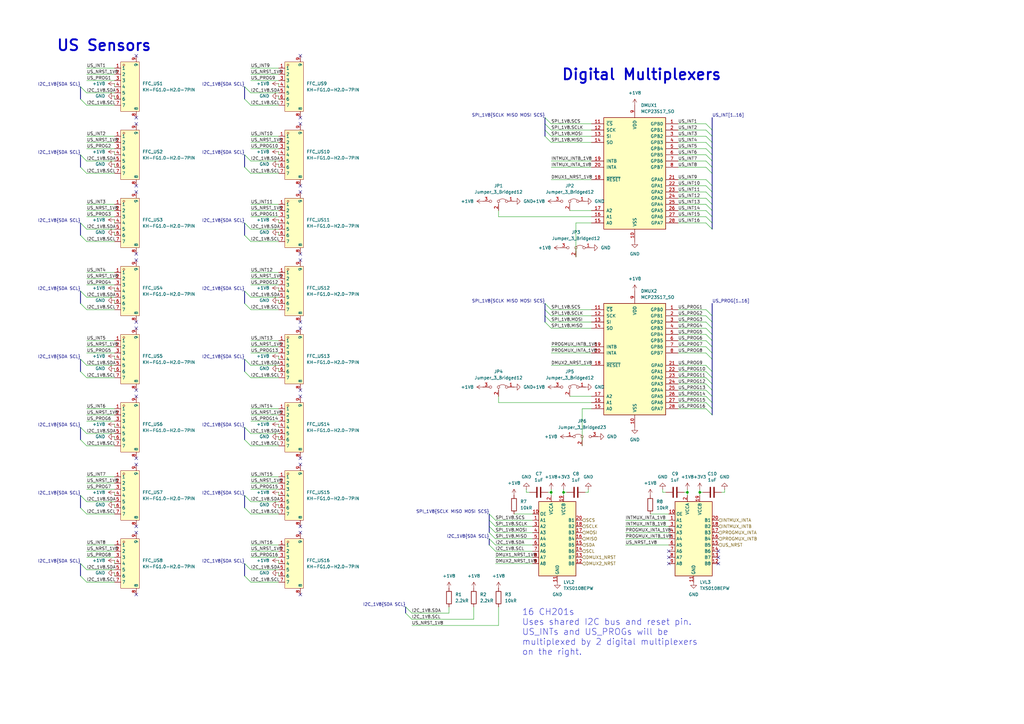
<source format=kicad_sch>
(kicad_sch (version 20231120) (generator "eeschema") (generator_version "8.0")
  (paper "A3")
  (junction (at 287.02 201.93))
  (junction (at 281.94 201.93))
  (junction (at 231.14 201.93))
  (junction (at 226.06 201.93))
  (no_connect (at 294.64 228.6))
  (no_connect (at 274.32 231.14))
  (no_connect (at 55.88 218.44))
  (no_connect (at 123.19 76.2))
  (no_connect (at 123.19 243.84))
  (no_connect (at 123.19 134.62))
  (no_connect (at 55.88 160.02))
  (no_connect (at 55.88 78.74))
  (no_connect (at 294.64 231.14))
  (no_connect (at 55.88 243.84))
  (no_connect (at 123.19 50.8))
  (no_connect (at 55.88 50.8))
  (no_connect (at 123.19 215.9))
  (no_connect (at 55.88 134.62))
  (no_connect (at 123.19 78.74))
  (no_connect (at 55.88 187.96))
  (no_connect (at 123.19 106.68))
  (no_connect (at 123.19 187.96))
  (no_connect (at 123.19 190.5))
  (no_connect (at 55.88 215.9))
  (no_connect (at 294.64 226.06))
  (no_connect (at 123.19 132.08))
  (no_connect (at 55.88 48.26))
  (no_connect (at 123.19 218.44))
  (no_connect (at 55.88 162.56))
  (no_connect (at 55.88 22.86))
  (no_connect (at 274.32 226.06))
  (no_connect (at 274.32 228.6))
  (no_connect (at 55.88 76.2))
  (no_connect (at 55.88 190.5))
  (no_connect (at 123.19 22.86))
  (no_connect (at 123.19 160.02))
  (no_connect (at 123.19 48.26))
  (no_connect (at 55.88 106.68))
  (no_connect (at 123.19 162.56))
  (no_connect (at 123.19 104.14))
  (no_connect (at 55.88 104.14))
  (no_connect (at 55.88 132.08))
  (bus_entry (at 100.33 91.44) (size 2.54 2.54))
  (bus_entry (at 289.56 53.34) (size 2.54 2.54))
  (bus_entry (at 100.33 180.34) (size 2.54 2.54))
  (bus_entry (at 100.33 96.52) (size 2.54 2.54))
  (bus_entry (at 289.56 68.58) (size 2.54 2.54))
  (bus_entry (at 289.56 160.02) (size 2.54 2.54))
  (bus_entry (at 289.56 134.62) (size 2.54 2.54))
  (bus_entry (at 289.56 63.5) (size 2.54 2.54))
  (bus_entry (at 289.56 88.9) (size 2.54 2.54))
  (bus_entry (at 100.33 119.38) (size 2.54 2.54))
  (bus_entry (at 289.56 154.94) (size 2.54 2.54))
  (bus_entry (at 100.33 236.22) (size 2.54 2.54))
  (bus_entry (at 289.56 157.48) (size 2.54 2.54))
  (bus_entry (at 289.56 58.42) (size 2.54 2.54))
  (bus_entry (at 223.52 132.08) (size 2.54 2.54))
  (bus_entry (at 200.66 218.44) (size 2.54 2.54))
  (bus_entry (at 100.33 175.26) (size 2.54 2.54))
  (bus_entry (at 100.33 124.46) (size 2.54 2.54))
  (bus_entry (at 289.56 137.16) (size 2.54 2.54))
  (bus_entry (at 33.02 68.58) (size 2.54 2.54))
  (bus_entry (at 289.56 167.64) (size 2.54 2.54))
  (bus_entry (at 200.66 220.98) (size 2.54 2.54))
  (bus_entry (at 33.02 40.64) (size 2.54 2.54))
  (bus_entry (at 33.02 231.14) (size 2.54 2.54))
  (bus_entry (at 200.66 215.9) (size 2.54 2.54))
  (bus_entry (at 289.56 132.08) (size 2.54 2.54))
  (bus_entry (at 33.02 124.46) (size 2.54 2.54))
  (bus_entry (at 289.56 165.1) (size 2.54 2.54))
  (bus_entry (at 33.02 236.22) (size 2.54 2.54))
  (bus_entry (at 289.56 76.2) (size 2.54 2.54))
  (bus_entry (at 223.52 53.34) (size 2.54 2.54))
  (bus_entry (at 223.52 124.46) (size 2.54 2.54))
  (bus_entry (at 100.33 152.4) (size 2.54 2.54))
  (bus_entry (at 33.02 96.52) (size 2.54 2.54))
  (bus_entry (at 289.56 162.56) (size 2.54 2.54))
  (bus_entry (at 200.66 213.36) (size 2.54 2.54))
  (bus_entry (at 33.02 35.56) (size 2.54 2.54))
  (bus_entry (at 289.56 91.44) (size 2.54 2.54))
  (bus_entry (at 100.33 63.5) (size 2.54 2.54))
  (bus_entry (at 166.37 251.46) (size 2.54 2.54))
  (bus_entry (at 289.56 66.04) (size 2.54 2.54))
  (bus_entry (at 33.02 63.5) (size 2.54 2.54))
  (bus_entry (at 289.56 50.8) (size 2.54 2.54))
  (bus_entry (at 223.52 127) (size 2.54 2.54))
  (bus_entry (at 223.52 48.26) (size 2.54 2.54))
  (bus_entry (at 33.02 180.34) (size 2.54 2.54))
  (bus_entry (at 289.56 78.74) (size 2.54 2.54))
  (bus_entry (at 289.56 60.96) (size 2.54 2.54))
  (bus_entry (at 100.33 40.64) (size 2.54 2.54))
  (bus_entry (at 289.56 127) (size 2.54 2.54))
  (bus_entry (at 289.56 149.86) (size 2.54 2.54))
  (bus_entry (at 289.56 144.78) (size 2.54 2.54))
  (bus_entry (at 33.02 147.32) (size 2.54 2.54))
  (bus_entry (at 289.56 86.36) (size 2.54 2.54))
  (bus_entry (at 33.02 119.38) (size 2.54 2.54))
  (bus_entry (at 166.37 248.92) (size 2.54 2.54))
  (bus_entry (at 200.66 210.82) (size 2.54 2.54))
  (bus_entry (at 100.33 231.14) (size 2.54 2.54))
  (bus_entry (at 289.56 129.54) (size 2.54 2.54))
  (bus_entry (at 100.33 68.58) (size 2.54 2.54))
  (bus_entry (at 100.33 208.28) (size 2.54 2.54))
  (bus_entry (at 289.56 142.24) (size 2.54 2.54))
  (bus_entry (at 33.02 152.4) (size 2.54 2.54))
  (bus_entry (at 289.56 152.4) (size 2.54 2.54))
  (bus_entry (at 289.56 73.66) (size 2.54 2.54))
  (bus_entry (at 33.02 203.2) (size 2.54 2.54))
  (bus_entry (at 289.56 81.28) (size 2.54 2.54))
  (bus_entry (at 33.02 208.28) (size 2.54 2.54))
  (bus_entry (at 200.66 223.52) (size 2.54 2.54))
  (bus_entry (at 33.02 91.44) (size 2.54 2.54))
  (bus_entry (at 289.56 139.7) (size 2.54 2.54))
  (bus_entry (at 100.33 203.2) (size 2.54 2.54))
  (bus_entry (at 223.52 50.8) (size 2.54 2.54))
  (bus_entry (at 223.52 55.88) (size 2.54 2.54))
  (bus_entry (at 223.52 129.54) (size 2.54 2.54))
  (bus_entry (at 100.33 35.56) (size 2.54 2.54))
  (bus_entry (at 100.33 147.32) (size 2.54 2.54))
  (bus_entry (at 289.56 83.82) (size 2.54 2.54))
  (bus_entry (at 289.56 55.88) (size 2.54 2.54))
  (bus_entry (at 33.02 175.26) (size 2.54 2.54))
  (wire (pts (xy 102.87 43.18) (xy 114.3 43.18)))
  (wire (pts (xy 278.13 68.58) (xy 289.56 68.58)))
  (wire (pts (xy 278.13 86.36) (xy 289.56 86.36)))
  (wire (pts (xy 278.13 50.8) (xy 289.56 50.8)))
  (wire (pts (xy 256.54 213.36) (xy 274.32 213.36)))
  (wire (pts (xy 114.3 201.93) (xy 114.3 203.2)))
  (wire (pts (xy 114.3 146.05) (xy 114.3 147.32)))
  (wire (pts (xy 114.3 234.95) (xy 114.3 236.22)))
  (bus (pts (xy 33.02 203.2) (xy 33.02 208.28)))
  (wire (pts (xy 226.06 201.93) (xy 226.06 203.2)))
  (wire (pts (xy 278.13 139.7) (xy 289.56 139.7)))
  (wire (pts (xy 278.13 142.24) (xy 289.56 142.24)))
  (wire (pts (xy 287.02 201.93) (xy 287.02 203.2)))
  (bus (pts (xy 292.1 139.7) (xy 292.1 142.24)))
  (wire (pts (xy 226.06 68.58) (xy 242.57 68.58)))
  (wire (pts (xy 271.78 200.66) (xy 271.78 201.93)))
  (bus (pts (xy 292.1 124.46) (xy 292.1 129.54)))
  (wire (pts (xy 35.56 60.96) (xy 46.99 60.96)))
  (bus (pts (xy 292.1 60.96) (xy 292.1 63.5)))
  (wire (pts (xy 102.87 198.12) (xy 114.3 198.12)))
  (wire (pts (xy 114.3 118.11) (xy 114.3 119.38)))
  (wire (pts (xy 46.99 39.37) (xy 46.99 40.64)))
  (wire (pts (xy 35.56 71.12) (xy 46.99 71.12)))
  (wire (pts (xy 278.13 58.42) (xy 289.56 58.42)))
  (wire (pts (xy 256.54 215.9) (xy 274.32 215.9)))
  (wire (pts (xy 102.87 177.8) (xy 114.3 177.8)))
  (wire (pts (xy 203.2 226.06) (xy 218.44 226.06)))
  (bus (pts (xy 292.1 66.04) (xy 292.1 68.58)))
  (bus (pts (xy 292.1 147.32) (xy 292.1 152.4)))
  (wire (pts (xy 35.56 195.58) (xy 46.99 195.58)))
  (wire (pts (xy 35.56 58.42) (xy 46.99 58.42)))
  (wire (pts (xy 114.3 95.25) (xy 114.3 96.52)))
  (bus (pts (xy 100.33 91.44) (xy 100.33 96.52)))
  (wire (pts (xy 102.87 114.3) (xy 114.3 114.3)))
  (bus (pts (xy 33.02 91.44) (xy 33.02 96.52)))
  (wire (pts (xy 102.87 66.04) (xy 114.3 66.04)))
  (wire (pts (xy 226.06 142.24) (xy 242.57 142.24)))
  (bus (pts (xy 292.1 167.64) (xy 292.1 170.18)))
  (bus (pts (xy 292.1 91.44) (xy 292.1 93.98)))
  (wire (pts (xy 226.06 73.66) (xy 242.57 73.66)))
  (wire (pts (xy 46.99 173.99) (xy 46.99 175.26)))
  (wire (pts (xy 281.94 200.66) (xy 281.94 201.93)))
  (wire (pts (xy 102.87 71.12) (xy 114.3 71.12)))
  (wire (pts (xy 35.56 66.04) (xy 46.99 66.04)))
  (wire (pts (xy 46.99 62.23) (xy 46.99 63.5)))
  (wire (pts (xy 102.87 33.02) (xy 114.3 33.02)))
  (bus (pts (xy 292.1 81.28) (xy 292.1 83.82)))
  (bus (pts (xy 200.66 210.82) (xy 200.66 213.36)))
  (wire (pts (xy 102.87 172.72) (xy 114.3 172.72)))
  (wire (pts (xy 210.82 210.82) (xy 218.44 210.82)))
  (wire (pts (xy 203.2 215.9) (xy 218.44 215.9)))
  (bus (pts (xy 223.52 48.26) (xy 223.52 50.8)))
  (bus (pts (xy 33.02 63.5) (xy 33.02 68.58)))
  (wire (pts (xy 102.87 238.76) (xy 114.3 238.76)))
  (wire (pts (xy 114.3 151.13) (xy 114.3 152.4)))
  (wire (pts (xy 102.87 154.94) (xy 114.3 154.94)))
  (wire (pts (xy 278.13 73.66) (xy 289.56 73.66)))
  (wire (pts (xy 35.56 200.66) (xy 46.99 200.66)))
  (wire (pts (xy 102.87 116.84) (xy 114.3 116.84)))
  (wire (pts (xy 204.47 165.1) (xy 204.47 162.56)))
  (bus (pts (xy 166.37 248.92) (xy 166.37 251.46)))
  (wire (pts (xy 238.76 167.64) (xy 242.57 167.64)))
  (wire (pts (xy 203.2 231.14) (xy 218.44 231.14)))
  (wire (pts (xy 102.87 200.66) (xy 114.3 200.66)))
  (wire (pts (xy 278.13 162.56) (xy 289.56 162.56)))
  (bus (pts (xy 292.1 142.24) (xy 292.1 144.78)))
  (wire (pts (xy 35.56 121.92) (xy 46.99 121.92)))
  (wire (pts (xy 226.06 200.66) (xy 226.06 201.93)))
  (wire (pts (xy 236.22 91.44) (xy 236.22 105.41)))
  (wire (pts (xy 46.99 67.31) (xy 46.99 68.58)))
  (wire (pts (xy 278.13 83.82) (xy 289.56 83.82)))
  (wire (pts (xy 278.13 66.04) (xy 289.56 66.04)))
  (wire (pts (xy 35.56 177.8) (xy 46.99 177.8)))
  (bus (pts (xy 292.1 55.88) (xy 292.1 58.42)))
  (wire (pts (xy 35.56 172.72) (xy 46.99 172.72)))
  (wire (pts (xy 35.56 88.9) (xy 46.99 88.9)))
  (bus (pts (xy 292.1 86.36) (xy 292.1 88.9)))
  (wire (pts (xy 168.91 251.46) (xy 184.15 251.46)))
  (wire (pts (xy 238.76 167.64) (xy 238.76 182.88)))
  (wire (pts (xy 102.87 88.9) (xy 114.3 88.9)))
  (wire (pts (xy 35.56 233.68) (xy 46.99 233.68)))
  (wire (pts (xy 35.56 114.3) (xy 46.99 114.3)))
  (bus (pts (xy 33.02 147.32) (xy 33.02 152.4)))
  (wire (pts (xy 233.68 162.56) (xy 242.57 162.56)))
  (bus (pts (xy 223.52 124.46) (xy 223.52 127)))
  (bus (pts (xy 292.1 76.2) (xy 292.1 78.74)))
  (wire (pts (xy 35.56 99.06) (xy 46.99 99.06)))
  (wire (pts (xy 35.56 139.7) (xy 46.99 139.7)))
  (wire (pts (xy 226.06 149.86) (xy 242.57 149.86)))
  (wire (pts (xy 226.06 144.78) (xy 242.57 144.78)))
  (wire (pts (xy 102.87 149.86) (xy 114.3 149.86)))
  (wire (pts (xy 271.78 201.93) (xy 273.05 201.93)))
  (bus (pts (xy 223.52 127) (xy 223.52 129.54)))
  (bus (pts (xy 292.1 152.4) (xy 292.1 154.94)))
  (wire (pts (xy 168.91 254) (xy 194.31 254)))
  (bus (pts (xy 292.1 165.1) (xy 292.1 167.64)))
  (bus (pts (xy 33.02 175.26) (xy 33.02 180.34)))
  (wire (pts (xy 35.56 38.1) (xy 46.99 38.1)))
  (wire (pts (xy 233.68 86.36) (xy 242.57 86.36)))
  (bus (pts (xy 33.02 119.38) (xy 33.02 124.46)))
  (bus (pts (xy 100.33 119.38) (xy 100.33 124.46)))
  (bus (pts (xy 292.1 154.94) (xy 292.1 157.48)))
  (bus (pts (xy 292.1 48.26) (xy 292.1 53.34)))
  (bus (pts (xy 292.1 129.54) (xy 292.1 132.08)))
  (wire (pts (xy 297.18 200.66) (xy 297.18 201.93)))
  (wire (pts (xy 102.87 228.6) (xy 114.3 228.6)))
  (wire (pts (xy 226.06 58.42) (xy 242.57 58.42)))
  (wire (pts (xy 114.3 173.99) (xy 114.3 175.26)))
  (wire (pts (xy 35.56 33.02) (xy 46.99 33.02)))
  (wire (pts (xy 278.13 78.74) (xy 289.56 78.74)))
  (wire (pts (xy 35.56 43.18) (xy 46.99 43.18)))
  (wire (pts (xy 102.87 127) (xy 114.3 127)))
  (wire (pts (xy 35.56 205.74) (xy 46.99 205.74)))
  (bus (pts (xy 33.02 35.56) (xy 33.02 40.64)))
  (wire (pts (xy 215.9 200.66) (xy 215.9 201.93)))
  (wire (pts (xy 46.99 179.07) (xy 46.99 180.34)))
  (wire (pts (xy 46.99 118.11) (xy 46.99 119.38)))
  (wire (pts (xy 35.56 27.94) (xy 46.99 27.94)))
  (wire (pts (xy 35.56 86.36) (xy 46.99 86.36)))
  (bus (pts (xy 200.66 220.98) (xy 200.66 223.52)))
  (wire (pts (xy 46.99 34.29) (xy 46.99 35.56)))
  (wire (pts (xy 114.3 39.37) (xy 114.3 40.64)))
  (wire (pts (xy 35.56 226.06) (xy 46.99 226.06)))
  (wire (pts (xy 35.56 93.98) (xy 46.99 93.98)))
  (wire (pts (xy 35.56 210.82) (xy 46.99 210.82)))
  (wire (pts (xy 203.2 223.52) (xy 218.44 223.52)))
  (wire (pts (xy 278.13 53.34) (xy 289.56 53.34)))
  (wire (pts (xy 266.7 210.82) (xy 274.32 210.82)))
  (wire (pts (xy 287.02 201.93) (xy 288.29 201.93)))
  (bus (pts (xy 292.1 63.5) (xy 292.1 66.04)))
  (wire (pts (xy 35.56 127) (xy 46.99 127)))
  (wire (pts (xy 102.87 38.1) (xy 114.3 38.1)))
  (wire (pts (xy 35.56 198.12) (xy 46.99 198.12)))
  (wire (pts (xy 278.13 137.16) (xy 289.56 137.16)))
  (wire (pts (xy 278.13 88.9) (xy 289.56 88.9)))
  (wire (pts (xy 224.79 201.93) (xy 226.06 201.93)))
  (wire (pts (xy 102.87 86.36) (xy 114.3 86.36)))
  (wire (pts (xy 203.2 218.44) (xy 218.44 218.44)))
  (wire (pts (xy 226.06 134.62) (xy 242.57 134.62)))
  (wire (pts (xy 46.99 95.25) (xy 46.99 96.52)))
  (wire (pts (xy 46.99 201.93) (xy 46.99 203.2)))
  (wire (pts (xy 256.54 223.52) (xy 274.32 223.52)))
  (wire (pts (xy 46.99 146.05) (xy 46.99 147.32)))
  (wire (pts (xy 226.06 53.34) (xy 242.57 53.34)))
  (bus (pts (xy 223.52 53.34) (xy 223.52 55.88)))
  (bus (pts (xy 292.1 134.62) (xy 292.1 137.16)))
  (wire (pts (xy 226.06 132.08) (xy 242.57 132.08)))
  (bus (pts (xy 100.33 175.26) (xy 100.33 180.34)))
  (wire (pts (xy 256.54 220.98) (xy 274.32 220.98)))
  (wire (pts (xy 35.56 55.88) (xy 46.99 55.88)))
  (wire (pts (xy 46.99 234.95) (xy 46.99 236.22)))
  (wire (pts (xy 102.87 142.24) (xy 114.3 142.24)))
  (wire (pts (xy 297.18 201.93) (xy 295.91 201.93)))
  (wire (pts (xy 231.14 201.93) (xy 232.41 201.93)))
  (bus (pts (xy 292.1 71.12) (xy 292.1 76.2)))
  (wire (pts (xy 114.3 179.07) (xy 114.3 180.34)))
  (wire (pts (xy 278.13 134.62) (xy 289.56 134.62)))
  (wire (pts (xy 102.87 205.74) (xy 114.3 205.74)))
  (wire (pts (xy 102.87 144.78) (xy 114.3 144.78)))
  (wire (pts (xy 35.56 30.48) (xy 46.99 30.48)))
  (wire (pts (xy 114.3 123.19) (xy 114.3 124.46)))
  (wire (pts (xy 278.13 127) (xy 289.56 127)))
  (bus (pts (xy 292.1 144.78) (xy 292.1 147.32)))
  (wire (pts (xy 102.87 58.42) (xy 114.3 58.42)))
  (wire (pts (xy 102.87 121.92) (xy 114.3 121.92)))
  (wire (pts (xy 46.99 229.87) (xy 46.99 231.14)))
  (wire (pts (xy 278.13 144.78) (xy 289.56 144.78)))
  (wire (pts (xy 280.67 201.93) (xy 281.94 201.93)))
  (wire (pts (xy 226.06 55.88) (xy 242.57 55.88)))
  (bus (pts (xy 292.1 53.34) (xy 292.1 55.88)))
  (wire (pts (xy 215.9 201.93) (xy 217.17 201.93)))
  (wire (pts (xy 102.87 27.94) (xy 114.3 27.94)))
  (wire (pts (xy 102.87 182.88) (xy 114.3 182.88)))
  (wire (pts (xy 184.15 248.92) (xy 184.15 251.46)))
  (wire (pts (xy 35.56 223.52) (xy 46.99 223.52)))
  (wire (pts (xy 35.56 182.88) (xy 46.99 182.88)))
  (wire (pts (xy 35.56 111.76) (xy 46.99 111.76)))
  (wire (pts (xy 278.13 81.28) (xy 289.56 81.28)))
  (bus (pts (xy 292.1 58.42) (xy 292.1 60.96)))
  (wire (pts (xy 242.57 91.44) (xy 236.22 91.44)))
  (wire (pts (xy 226.06 127) (xy 242.57 127)))
  (wire (pts (xy 204.47 256.54) (xy 204.47 248.92)))
  (wire (pts (xy 102.87 83.82) (xy 114.3 83.82)))
  (bus (pts (xy 100.33 147.32) (xy 100.33 152.4)))
  (bus (pts (xy 292.1 78.74) (xy 292.1 81.28)))
  (wire (pts (xy 278.13 154.94) (xy 289.56 154.94)))
  (bus (pts (xy 292.1 132.08) (xy 292.1 134.62)))
  (wire (pts (xy 114.3 34.29) (xy 114.3 35.56)))
  (wire (pts (xy 278.13 63.5) (xy 289.56 63.5)))
  (wire (pts (xy 46.99 151.13) (xy 46.99 152.4)))
  (wire (pts (xy 35.56 144.78) (xy 46.99 144.78)))
  (wire (pts (xy 278.13 165.1) (xy 289.56 165.1)))
  (wire (pts (xy 278.13 91.44) (xy 289.56 91.44)))
  (wire (pts (xy 35.56 83.82) (xy 46.99 83.82)))
  (bus (pts (xy 100.33 203.2) (xy 100.33 208.28)))
  (bus (pts (xy 292.1 68.58) (xy 292.1 71.12)))
  (wire (pts (xy 102.87 99.06) (xy 114.3 99.06)))
  (bus (pts (xy 100.33 35.56) (xy 100.33 40.64)))
  (wire (pts (xy 278.13 152.4) (xy 289.56 152.4)))
  (wire (pts (xy 102.87 226.06) (xy 114.3 226.06)))
  (bus (pts (xy 292.1 162.56) (xy 292.1 165.1)))
  (wire (pts (xy 114.3 229.87) (xy 114.3 231.14)))
  (bus (pts (xy 292.1 88.9) (xy 292.1 91.44)))
  (wire (pts (xy 114.3 62.23) (xy 114.3 63.5)))
  (wire (pts (xy 278.13 167.64) (xy 289.56 167.64)))
  (wire (pts (xy 102.87 170.18) (xy 114.3 170.18)))
  (wire (pts (xy 35.56 142.24) (xy 46.99 142.24)))
  (wire (pts (xy 287.02 200.66) (xy 287.02 201.93)))
  (bus (pts (xy 292.1 83.82) (xy 292.1 86.36)))
  (wire (pts (xy 203.2 213.36) (xy 218.44 213.36)))
  (wire (pts (xy 242.57 88.9) (xy 204.47 88.9)))
  (bus (pts (xy 223.52 129.54) (xy 223.52 132.08)))
  (wire (pts (xy 114.3 207.01) (xy 114.3 208.28)))
  (wire (pts (xy 278.13 55.88) (xy 289.56 55.88)))
  (wire (pts (xy 278.13 76.2) (xy 289.56 76.2)))
  (wire (pts (xy 242.57 165.1) (xy 204.47 165.1)))
  (wire (pts (xy 35.56 228.6) (xy 46.99 228.6)))
  (wire (pts (xy 203.2 220.98) (xy 218.44 220.98)))
  (wire (pts (xy 226.06 66.04) (xy 242.57 66.04)))
  (bus (pts (xy 292.1 160.02) (xy 292.1 162.56)))
  (bus (pts (xy 292.1 157.48) (xy 292.1 160.02)))
  (wire (pts (xy 114.3 67.31) (xy 114.3 68.58)))
  (wire (pts (xy 35.56 167.64) (xy 46.99 167.64)))
  (wire (pts (xy 102.87 30.48) (xy 114.3 30.48)))
  (wire (pts (xy 241.3 201.93) (xy 240.03 201.93)))
  (bus (pts (xy 100.33 231.14) (xy 100.33 236.22)))
  (wire (pts (xy 102.87 60.96) (xy 114.3 60.96)))
  (wire (pts (xy 241.3 200.66) (xy 241.3 201.93)))
  (wire (pts (xy 102.87 139.7) (xy 114.3 139.7)))
  (bus (pts (xy 200.66 215.9) (xy 200.66 218.44)))
  (wire (pts (xy 102.87 93.98) (xy 114.3 93.98)))
  (wire (pts (xy 114.3 90.17) (xy 114.3 91.44)))
  (wire (pts (xy 226.06 50.8) (xy 242.57 50.8)))
  (bus (pts (xy 223.52 50.8) (xy 223.52 53.34)))
  (wire (pts (xy 278.13 129.54) (xy 289.56 129.54)))
  (wire (pts (xy 204.47 88.9) (xy 204.47 86.36)))
  (bus (pts (xy 200.66 213.36) (xy 200.66 215.9)))
  (wire (pts (xy 102.87 233.68) (xy 114.3 233.68)))
  (wire (pts (xy 194.31 254) (xy 194.31 248.92)))
  (wire (pts (xy 278.13 132.08) (xy 289.56 132.08)))
  (wire (pts (xy 35.56 116.84) (xy 46.99 116.84)))
  (wire (pts (xy 102.87 210.82) (xy 114.3 210.82)))
  (wire (pts (xy 35.56 149.86) (xy 46.99 149.86)))
  (wire (pts (xy 35.56 170.18) (xy 46.99 170.18)))
  (wire (pts (xy 168.91 256.54) (xy 204.47 256.54)))
  (wire (pts (xy 102.87 167.64) (xy 114.3 167.64)))
  (wire (pts (xy 231.14 200.66) (xy 231.14 201.93)))
  (wire (pts (xy 231.14 201.93) (xy 231.14 203.2)))
  (bus (pts (xy 100.33 63.5) (xy 100.33 68.58)))
  (wire (pts (xy 102.87 55.88) (xy 114.3 55.88)))
  (bus (pts (xy 33.02 231.14) (xy 33.02 236.22)))
  (wire (pts (xy 226.06 129.54) (xy 242.57 129.54)))
  (wire (pts (xy 281.94 201.93) (xy 281.94 203.2)))
  (wire (pts (xy 46.99 123.19) (xy 46.99 124.46)))
  (bus (pts (xy 292.1 137.16) (xy 292.1 139.7)))
  (wire (pts (xy 46.99 207.01) (xy 46.99 208.28)))
  (wire (pts (xy 46.99 90.17) (xy 46.99 91.44)))
  (wire (pts (xy 35.56 154.94) (xy 46.99 154.94)))
  (wire (pts (xy 35.56 238.76) (xy 46.99 238.76)))
  (wire (pts (xy 102.87 111.76) (xy 114.3 111.76)))
  (wire (pts (xy 102.87 195.58) (xy 114.3 195.58)))
  (wire (pts (xy 256.54 218.44) (xy 274.32 218.44)))
  (wire (pts (xy 102.87 223.52) (xy 114.3 223.52)))
  (wire (pts (xy 278.13 157.48) (xy 289.56 157.48)))
  (wire (pts (xy 278.13 149.86) (xy 289.56 149.86)))
  (wire (pts (xy 278.13 160.02) (xy 289.56 160.02)))
  (wire (pts (xy 278.13 60.96) (xy 289.56 60.96)))
  (wire (pts (xy 203.2 228.6) (xy 218.44 228.6)))
  (text "US Sensors" (at 42.672 18.796 0) (effects (font (size 4.445 4.445) (thickness 0.762) (bold yes))))
  (text "16 CH201s\nUses shared I2C bus and reset pin.\nUS_INTs and US_PROGs will be \nmultiplexed by 2 digital multiplexers \non the right." (at 214.122 259.334 0) (effects (font (size 2.54 2.54)) (justify left)))
  (text "Digital Multiplexers" (at 263.144 30.734 0) (effects (font (size 4.445 4.445) (thickness 0.762) (bold yes))))
  (label "US_NRST_1V8" (at 256.54 223.52 0))
  (label "SPI_1V8.MISO" (at 226.06 134.62 0))
  (label "I2C_1V8{SDA SCL}" (at 33.02 119.38 180))
  (label "US_NRST_1V8" (at 35.56 142.24 0))
  (label "US_INT5" (at 278.13 60.96 0))
  (label "US_PROG2" (at 278.13 129.54 0))
  (label "US_NRST_1V8" (at 102.87 86.36 0))
  (label "US_INT6" (at 278.13 63.5 0))
  (label "US_PROG15" (at 102.87 200.66 0))
  (label "I2C_1V8.SCL" (at 35.56 238.76 0))
  (label "SPI_1V8.SCS" (at 226.06 50.8 0))
  (label "I2C_1V8.SDA" (at 102.87 149.86 0))
  (label "I2C_1V8{SDA SCL}" (at 33.02 147.32 180))
  (label "I2C_1V8.SDA" (at 102.87 205.74 0))
  (label "US_PROG3" (at 278.13 132.08 0))
  (label "US_INT8" (at 278.13 68.58 0))
  (label "US_INT7" (at 278.13 66.04 0))
  (label "US_PROG8" (at 35.56 228.6 0))
  (label "US_PROG10" (at 102.87 60.96 0))
  (label "US_PROG15" (at 278.13 165.1 0))
  (label "I2C_1V8{SDA SCL}" (at 33.02 35.56 180))
  (label "I2C_1V8.SCL" (at 35.56 210.82 0))
  (label "I2C_1V8.SCL" (at 102.87 154.94 0))
  (label "US_NRST_1V8" (at 35.56 114.3 0))
  (label "US_PROG12" (at 102.87 116.84 0))
  (label "US_PROG16" (at 102.87 228.6 0))
  (label "US_PROG4" (at 278.13 134.62 0))
  (label "I2C_1V8{SDA SCL}" (at 100.33 91.44 180))
  (label "I2C_1V8.SDA" (at 35.56 121.92 0))
  (label "US_PROG1" (at 35.56 33.02 0))
  (label "US_PROG7" (at 35.56 200.66 0))
  (label "US_INT8" (at 35.56 223.52 0))
  (label "I2C_1V8.SCL" (at 35.56 43.18 0))
  (label "US_INT16" (at 102.87 223.52 0))
  (label "I2C_1V8.SCL" (at 35.56 127 0))
  (label "PROGMUX_INTA_1V8" (at 256.54 218.44 0))
  (label "I2C_1V8.SCL" (at 102.87 43.18 0))
  (label "SPI_1V8.SCLK" (at 226.06 129.54 0))
  (label "US_NRST_1V8" (at 35.56 86.36 0))
  (label "US_INT12" (at 102.87 111.76 0))
  (label "I2C_1V8{SDA SCL}" (at 100.33 63.5 180))
  (label "DMUX1_NRST_1V8" (at 203.2 228.6 0))
  (label "US_NRST_1V8" (at 102.87 198.12 0))
  (label "SPI_1V8.MOSI" (at 203.2 218.44 0))
  (label "US_NRST_1V8" (at 102.87 142.24 0))
  (label "US_INT12" (at 278.13 81.28 0))
  (label "US_NRST_1V8" (at 35.56 226.06 0))
  (label "US_INT11" (at 102.87 83.82 0))
  (label "DMUX1_NRST_1V8" (at 226.06 73.66 0))
  (label "SPI_1V8{SCLK MISO MOSI SCS}" (at 200.66 210.82 180))
  (label "INTMUX_INTB_1V8" (at 256.54 215.9 0))
  (label "I2C_1V8.SCL" (at 35.56 71.12 0))
  (label "I2C_1V8.SDA" (at 35.56 38.1 0))
  (label "US_PROG14" (at 102.87 172.72 0))
  (label "US_INT10" (at 278.13 76.2 0))
  (label "US_PROG13" (at 278.13 160.02 0))
  (label "US_PROG8" (at 278.13 144.78 0))
  (label "SPI_1V8{SCLK MISO MOSI SCS}" (at 223.52 124.46 180))
  (label "SPI_1V8.SCLK" (at 203.2 215.9 0))
  (label "US_INT16" (at 278.13 91.44 0))
  (label "I2C_1V8{SDA SCL}" (at 33.02 63.5 180))
  (label "US_PROG7" (at 278.13 142.24 0))
  (label "US_PROG11" (at 278.13 154.94 0))
  (label "US_PROG11" (at 102.87 88.9 0))
  (label "I2C_1V8{SDA SCL}" (at 33.02 91.44 180))
  (label "PROGMUX_INTA_1V8" (at 226.06 144.78 0))
  (label "I2C_1V8.SDA" (at 35.56 66.04 0))
  (label "I2C_1V8{SDA SCL}" (at 100.33 231.14 180))
  (label "SPI_1V8.MOSI" (at 226.06 132.08 0))
  (label "I2C_1V8{SDA SCL}" (at 166.37 248.92 180))
  (label "INTMUX_INTA_1V8" (at 226.06 68.58 0))
  (label "US_NRST_1V8" (at 35.56 198.12 0))
  (label "I2C_1V8.SCL" (at 102.87 182.88 0))
  (label "SPI_1V8{SCLK MISO MOSI SCS}" (at 223.52 48.26 180))
  (label "PROGMUX_INTB_1V8" (at 256.54 220.98 0))
  (label "I2C_1V8.SCL" (at 102.87 71.12 0))
  (label "I2C_1V8{SDA SCL}" (at 33.02 203.2 180))
  (label "SPI_1V8.MISO" (at 226.06 58.42 0))
  (label "I2C_1V8{SDA SCL}" (at 33.02 175.26 180))
  (label "US_INT3" (at 35.56 83.82 0))
  (label "I2C_1V8.SDA" (at 102.87 177.8 0))
  (label "I2C_1V8.SDA" (at 35.56 93.98 0))
  (label "US_INT13" (at 102.87 139.7 0))
  (label "I2C_1V8{SDA SCL}" (at 33.02 231.14 180))
  (label "I2C_1V8.SCL" (at 35.56 99.06 0))
  (label "I2C_1V8.SCL" (at 102.87 99.06 0))
  (label "US_PROG6" (at 278.13 139.7 0))
  (label "US_PROG14" (at 278.13 162.56 0))
  (label "SPI_1V8.SCLK" (at 226.06 53.34 0))
  (label "US_PROG5" (at 35.56 144.78 0))
  (label "SPI_1V8.MISO" (at 203.2 220.98 0))
  (label "US_NRST_1V8" (at 35.56 30.48 0))
  (label "I2C_1V8.SDA" (at 102.87 233.68 0))
  (label "I2C_1V8.SDA" (at 102.87 66.04 0))
  (label "I2C_1V8.SDA" (at 35.56 205.74 0))
  (label "I2C_1V8.SCL" (at 168.91 254 0))
  (label "US_NRST_1V8" (at 35.56 170.18 0))
  (label "SPI_1V8.MOSI" (at 226.06 55.88 0))
  (label "US_PROG6" (at 35.56 172.72 0))
  (label "I2C_1V8.SDA" (at 35.56 177.8 0))
  (label "DMUX2_NRST_1V8" (at 203.2 231.14 0))
  (label "I2C_1V8{SDA SCL}" (at 100.33 147.32 180))
  (label "I2C_1V8.SCL" (at 102.87 127 0))
  (label "I2C_1V8{SDA SCL}" (at 100.33 175.26 180))
  (label "US_PROG13" (at 102.87 144.78 0))
  (label "US_PROG9" (at 278.13 149.86 0))
  (label "INTMUX_INTA_1V8" (at 256.54 213.36 0))
  (label "US_INT14" (at 278.13 86.36 0))
  (label "US_NRST_1V8" (at 35.56 58.42 0))
  (label "US_PROG12" (at 278.13 157.48 0))
  (label "DMUX2_NRST_1V8" (at 226.06 149.86 0))
  (label "I2C_1V8.SDA" (at 35.56 233.68 0))
  (label "US_NRST_1V8" (at 168.91 256.54 0))
  (label "US_INT5" (at 35.56 139.7 0))
  (label "I2C_1V8.SDA" (at 102.87 93.98 0))
  (label "US_INT4" (at 278.13 58.42 0))
  (label "US_INT13" (at 278.13 83.82 0))
  (label "I2C_1V8{SDA SCL}" (at 200.66 220.98 180))
  (label "I2C_1V8.SCL" (at 35.56 154.94 0))
  (label "US_NRST_1V8" (at 102.87 226.06 0))
  (label "US_INT9" (at 102.87 27.94 0))
  (label "I2C_1V8.SCL" (at 102.87 238.76 0))
  (label "I2C_1V8.SDA" (at 203.2 223.52 0))
  (label "I2C_1V8{SDA SCL}" (at 100.33 35.56 180))
  (label "US_PROG10" (at 278.13 152.4 0))
  (label "US_INT9" (at 278.13 73.66 0))
  (label "US_PROG2" (at 35.56 60.96 0))
  (label "US_INT14" (at 102.87 167.64 0))
  (label "US_NRST_1V8" (at 102.87 30.48 0))
  (label "US_PROG5" (at 278.13 137.16 0))
  (label "I2C_1V8.SDA" (at 102.87 121.92 0))
  (label "I2C_1V8{SDA SCL}" (at 100.33 203.2 180))
  (label "PROGMUX_INTB_1V8" (at 226.06 142.24 0))
  (label "US_INT4" (at 35.56 111.76 0))
  (label "US_INT[1..16]" (at 292.1 48.26 0))
  (label "I2C_1V8{SDA SCL}" (at 100.33 119.38 180))
  (label "I2C_1V8.SDA" (at 102.87 38.1 0))
  (label "US_INT3" (at 278.13 55.88 0))
  (label "US_NRST_1V8" (at 102.87 58.42 0))
  (label "US_INT2" (at 278.13 53.34 0))
  (label "US_PROG4" (at 35.56 116.84 0))
  (label "INTMUX_INTB_1V8" (at 226.06 66.04 0))
  (label "US_INT15" (at 278.13 88.9 0))
  (label "SPI_1V8.SCS" (at 226.06 127 0))
  (label "US_INT1" (at 35.56 27.94 0))
  (label "US_INT7" (at 35.56 195.58 0))
  (label "I2C_1V8.SCL" (at 203.2 226.06 0))
  (label "US_PROG[1..16]" (at 292.1 124.46 0))
  (label "US_NRST_1V8" (at 102.87 170.18 0))
  (label "I2C_1V8.SCL" (at 102.87 210.82 0))
  (label "US_INT15" (at 102.87 195.58 0))
  (label "I2C_1V8.SCL" (at 35.56 182.88 0))
  (label "I2C_1V8.SDA" (at 168.91 251.46 0))
  (label "US_NRST_1V8" (at 102.87 114.3 0))
  (label "US_INT2" (at 35.56 55.88 0))
  (label "US_PROG1" (at 278.13 127 0))
  (label "I2C_1V8.SDA" (at 35.56 149.86 0))
  (label "US_INT6" (at 35.56 167.64 0))
  (label "US_PROG3" (at 35.56 88.9 0))
  (label "SPI_1V8.SCS" (at 203.2 213.36 0))
  (label "US_INT11" (at 278.13 78.74 0))
  (label "US_PROG16" (at 278.13 167.64 0))
  (label "US_INT1" (at 278.13 50.8 0))
  (label "US_PROG9" (at 102.87 33.02 0))
  (label "US_INT10" (at 102.87 55.88 0))
  (hierarchical_label "SCLK" (shape input) (at 238.76 215.9 0))
  (hierarchical_label "SCS" (shape input) (at 238.76 213.36 0))
  (hierarchical_label "INTMUX_INTA" (shape input) (at 294.64 213.36 0))
  (hierarchical_label "US_NRST" (shape input) (at 294.64 223.52 0))
  (hierarchical_label "MOSI" (shape input) (at 238.76 218.44 0))
  (hierarchical_label "INTMUX_INTB" (shape input) (at 294.64 215.9 0))
  (hierarchical_label "PROGMUX_INTB" (shape input) (at 294.64 220.98 0))
  (hierarchical_label "MISO" (shape input) (at 238.76 220.98 0))
  (hierarchical_label "SCL" (shape input) (at 238.76 226.06 0))
  (hierarchical_label "PROGMUX_INTA" (shape input) (at 294.64 218.44 0))
  (hierarchical_label "SDA" (shape input) (at 238.76 223.52 0))
  (hierarchical_label "DMUX2_NRST" (shape input) (at 238.76 231.14 0))
  (hierarchical_label "DMUX1_NRST" (shape input) (at 238.76 228.6 0))
  (symbol (lib_id "power:GND") (at 240.03 158.75 90) (unit 1)
    (property "Reference" "#PWR058" (effects (hide yes)))
    (property "Value" "GND" (at 243.84 158.7499 90) (effects (justify right)))
    (property "Description" "Power symbol creates a global label with name \"GND\" , ground" (effects (hide yes)))
  )
  (symbol (lib_id "power:+1V8") (at 114.3 90.17 90) (unit 1)
    (property "Reference" "#PWR033" (effects (hide yes)))
    (property "Value" "+1V8" (at 110.49 90.1699 90) (effects (justify left)))
    (property "Description" "Power symbol creates a global label with name \"+1V8\"" (effects (hide yes)))
  )
  (symbol (lib_id "power:+1V8") (at 114.3 173.99 90) (unit 1)
    (property "Reference" "#PWR039" (effects (hide yes)))
    (property "Value" "+1V8" (at 110.49 173.9899 90) (effects (justify left)))
    (property "Description" "Power symbol creates a global label with name \"+1V8\"" (effects (hide yes)))
  )
  (symbol (lib_id "power:+1V8") (at 226.06 200.66 0) (unit 1)
    (property "Reference" "#PWR0113" (effects (hide yes)))
    (property "Value" "+1V8" (at 226.06 195.58 0))
    (property "Description" "Power symbol creates a global label with name \"+1V8\"" (effects (hide yes)))
  )
  (symbol (lib_id "EasyEDA:KH-FG1.0-H2.0-7PIN") (at 52.07 119.38 0) (unit 1)
    (property "Reference" "FFC_US4" (at 58.42 118.1099 0) (effects (justify left)))
    (property "Value" "KH-FG1.0-H2.0-7PIN" (at 58.42 120.6499 0) (effects (justify left)))
    (property "Footprint" "EasyEDA:FPC-SMD_7P-P1.0_KINGHELM_KH-FG1.0-H2.0-7PIN" (effects (hide yes)))
    (property "LCSC Part" "C2925379" (effects (hide yes)))
  )
  (symbol (lib_id "power:+3V3") (at 287.02 200.66 0) (unit 1)
    (property "Reference" "#PWR0112" (effects (hide yes)))
    (property "Value" "+3V3" (at 287.02 195.58 0))
    (property "Description" "Power symbol creates a global label with name \"+3V3\"" (effects (hide yes)))
  )
  (symbol (lib_id "Device:R") (at 266.7 207.01 0) (unit 1)
    (property "Reference" "R8" (at 269.24 205.7399 0) (effects (justify left)))
    (property "Value" "10kR" (at 269.24 208.2799 0) (effects (justify left)))
    (property "Footprint" "PCM_Resistor_SMD_AKL:R_1206_3216Metric_Pad1.30x1.75mm_HandSolder" (effects (hide yes)))
    (property "Description" "Resistor" (effects (hide yes)))
  )
  (symbol (lib_id "Device:R") (at 210.82 207.01 0) (unit 1)
    (property "Reference" "R7" (at 213.36 205.7399 0) (effects (justify left)))
    (property "Value" "10kR" (at 213.36 208.2799 0) (effects (justify left)))
    (property "Footprint" "PCM_Resistor_SMD_AKL:R_1206_3216Metric_Pad1.30x1.75mm_HandSolder" (effects (hide yes)))
    (property "Description" "Resistor" (effects (hide yes)))
  )
  (symbol (lib_id "Jumper:Jumper_3_Bridged12") (at 238.76 179.07 0) (unit 1) (exclude_from_sim yes) (in_bom no)
    (property "Reference" "JP6" (at 238.76 172.72 0))
    (property "Value" "Jumper_3_Bridged23" (at 238.76 175.26 0))
    (property "Footprint" "Connector_PinHeader_1.27mm:PinHeader_1x03_P1.27mm_Vertical" (effects (hide yes)))
    (property "Description" "Jumper, 3-pole, pins 1+2 closed/bridged" (effects (hide yes)))
  )
  (symbol (lib_id "power:GND") (at 297.18 200.66 180) (unit 1)
    (property "Reference" "#PWR0116" (effects (hide yes)))
    (property "Value" "GND" (at 297.18 195.58 0))
    (property "Description" "Power symbol creates a global label with name \"GND\" , ground" (effects (hide yes)))
  )
  (symbol (lib_id "power:+1V8") (at 198.12 82.55 90) (unit 1)
    (property "Reference" "#PWR049" (effects (hide yes)))
    (property "Value" "+1V8" (at 194.31 82.5499 90) (effects (justify left)))
    (property "Description" "Power symbol creates a global label with name \"+1V8\"" (effects (hide yes)))
  )
  (symbol (lib_id "power:+1V8") (at 227.33 158.75 90) (unit 1)
    (property "Reference" "#PWR055" (effects (hide yes)))
    (property "Value" "+1V8" (at 223.52 158.7499 90) (effects (justify left)))
    (property "Description" "Power symbol creates a global label with name \"+1V8\"" (effects (hide yes)))
  )
  (symbol (lib_id "power:GND") (at 46.99 67.31 270) (unit 1)
    (property "Reference" "#PWR016" (effects (hide yes)))
    (property "Value" "GND" (at 43.18 67.3099 90) (effects (justify right)))
    (property "Description" "Power symbol creates a global label with name \"GND\" , ground" (effects (hide yes)))
  )
  (symbol (lib_id "power:+1V8") (at 204.47 241.3 0) (unit 1)
    (property "Reference" "#PWR0136" (effects (hide yes)))
    (property "Value" "+1V8" (at 204.47 236.22 0))
    (property "Description" "Power symbol creates a global label with name \"+1V8\"" (effects (hide yes)))
  )
  (symbol (lib_id "EasyEDA:KH-FG1.0-H2.0-7PIN") (at 52.07 35.56 0) (unit 1)
    (property "Reference" "FFC_US1" (at 58.42 34.2899 0) (effects (justify left)))
    (property "Value" "KH-FG1.0-H2.0-7PIN" (at 58.42 36.8299 0) (effects (justify left)))
    (property "Footprint" "EasyEDA:FPC-SMD_7P-P1.0_KINGHELM_KH-FG1.0-H2.0-7PIN" (effects (hide yes)))
    (property "LCSC Part" "C2925379" (effects (hide yes)))
  )
  (symbol (lib_id "EasyEDA:KH-FG1.0-H2.0-7PIN") (at 119.38 91.44 0) (unit 1)
    (property "Reference" "FFC_US11" (at 125.73 90.1699 0) (effects (justify left)))
    (property "Value" "KH-FG1.0-H2.0-7PIN" (at 125.73 92.7099 0) (effects (justify left)))
    (property "Footprint" "EasyEDA:FPC-SMD_7P-P1.0_KINGHELM_KH-FG1.0-H2.0-7PIN" (effects (hide yes)))
    (property "LCSC Part" "C2925379" (effects (hide yes)))
  )
  (symbol (lib_id "power:GND") (at 114.3 151.13 270) (unit 1)
    (property "Reference" "#PWR038" (effects (hide yes)))
    (property "Value" "GND" (at 110.49 151.1299 90) (effects (justify right)))
    (property "Description" "Power symbol creates a global label with name \"GND\" , ground" (effects (hide yes)))
  )
  (symbol (lib_id "power:+1V8") (at 194.31 241.3 0) (unit 1)
    (property "Reference" "#PWR0135" (effects (hide yes)))
    (property "Value" "+1V8" (at 194.31 236.22 0))
    (property "Description" "Power symbol creates a global label with name \"+1V8\"" (effects (hide yes)))
  )
  (symbol (lib_id "power:GND") (at 284.48 238.76 0) (unit 1)
    (property "Reference" "#PWR0127" (effects (hide yes)))
    (property "Value" "GND" (at 284.48 243.84 0))
    (property "Description" "Power symbol creates a global label with name \"GND\" , ground" (effects (hide yes)))
  )
  (symbol (lib_id "EasyEDA:KH-FG1.0-H2.0-7PIN") (at 52.07 203.2 0) (unit 1)
    (property "Reference" "FFC_US7" (at 58.42 201.9299 0) (effects (justify left)))
    (property "Value" "KH-FG1.0-H2.0-7PIN" (at 58.42 204.4699 0) (effects (justify left)))
    (property "Footprint" "EasyEDA:FPC-SMD_7P-P1.0_KINGHELM_KH-FG1.0-H2.0-7PIN" (effects (hide yes)))
    (property "LCSC Part" "C2925379" (effects (hide yes)))
  )
  (symbol (lib_id "power:+1V8") (at 281.94 200.66 0) (unit 1)
    (property "Reference" "#PWR0111" (effects (hide yes)))
    (property "Value" "+1V8" (at 281.94 195.58 0))
    (property "Description" "Power symbol creates a global label with name \"+1V8\"" (effects (hide yes)))
  )
  (symbol (lib_id "power:GND") (at 46.99 39.37 270) (unit 1)
    (property "Reference" "#PWR013" (effects (hide yes)))
    (property "Value" "GND" (at 43.18 39.3699 90) (effects (justify right)))
    (property "Description" "Power symbol creates a global label with name \"GND\" , ground" (effects (hide yes)))
  )
  (symbol (lib_id "power:+1V8") (at 210.82 203.2 0) (unit 1)
    (property "Reference" "#PWR0117" (effects (hide yes)))
    (property "Value" "+1V8" (at 210.82 198.12 0))
    (property "Description" "Power symbol creates a global label with name \"+1V8\"" (effects (hide yes)))
  )
  (symbol (lib_id "Device:C") (at 220.98 201.93 90) (unit 1)
    (property "Reference" "C7" (at 220.98 194.31 90))
    (property "Value" "1uF" (at 220.98 196.85 90))
    (property "Footprint" "PCM_Capacitor_SMD_AKL:C_1206_3216Metric_Pad1.33x1.80mm_HandSolder" (effects (hide yes)))
    (property "Description" "Unpolarized capacitor" (effects (hide yes)))
  )
  (symbol (lib_id "Interface_Expansion:MCP23S17_SO") (at 260.35 147.32 0) (unit 1)
    (property "Reference" "DMUX2" (at 262.852 119.38 0) (effects (justify left)))
    (property "Value" "MCP23S17_SO" (at 262.852 121.92 0) (effects (justify left)))
    (property "Footprint" "Package_SO:SOIC-28W_7.5x17.9mm_P1.27mm" (effects (hide yes)))
    (property "Datasheet" "http://ww1.microchip.com/downloads/en/DeviceDoc/20001952C.pdf" (effects (hide yes)))
    (property "Description" "16-bit I/O expander, SPI, interrupts, w pull-ups, SOIC-28" (effects (hide yes)))
  )
  (symbol (lib_id "power:GND") (at 260.35 99.06 0) (unit 1)
    (property "Reference" "#PWR046" (effects (hide yes)))
    (property "Value" "GND" (at 260.35 104.14 0))
    (property "Description" "Power symbol creates a global label with name \"GND\" , ground" (effects (hide yes)))
  )
  (symbol (lib_id "power:+1V8") (at 198.12 158.75 90) (unit 1)
    (property "Reference" "#PWR053" (effects (hide yes)))
    (property "Value" "+1V8" (at 194.31 158.7499 90) (effects (justify left)))
    (property "Description" "Power symbol creates a global label with name \"+1V8\"" (effects (hide yes)))
  )
  (symbol (lib_id "power:GND") (at 240.03 82.55 90) (unit 1)
    (property "Reference" "#PWR052" (effects (hide yes)))
    (property "Value" "GND" (at 243.84 82.5499 90) (effects (justify right)))
    (property "Description" "Power symbol creates a global label with name \"GND\" , ground" (effects (hide yes)))
  )
  (symbol (lib_id "EasyEDA:KH-FG1.0-H2.0-7PIN") (at 119.38 231.14 0) (unit 1)
    (property "Reference" "FFC_US16" (at 125.73 229.8699 0) (effects (justify left)))
    (property "Value" "KH-FG1.0-H2.0-7PIN" (at 125.73 232.4099 0) (effects (justify left)))
    (property "Footprint" "EasyEDA:FPC-SMD_7P-P1.0_KINGHELM_KH-FG1.0-H2.0-7PIN" (effects (hide yes)))
    (property "LCSC Part" "C2925379" (effects (hide yes)))
  )
  (symbol (lib_id "power:GND") (at 114.3 67.31 270) (unit 1)
    (property "Reference" "#PWR032" (effects (hide yes)))
    (property "Value" "GND" (at 110.49 67.3099 90) (effects (justify right)))
    (property "Description" "Power symbol creates a global label with name \"GND\" , ground" (effects (hide yes)))
  )
  (symbol (lib_id "Device:C") (at 236.22 201.93 90) (unit 1)
    (property "Reference" "C8" (at 236.22 194.31 90))
    (property "Value" "1uF" (at 236.22 196.85 90))
    (property "Footprint" "PCM_Capacitor_SMD_AKL:C_1206_3216Metric_Pad1.33x1.80mm_HandSolder" (effects (hide yes)))
    (property "Description" "Unpolarized capacitor" (effects (hide yes)))
  )
  (symbol (lib_id "EasyEDA:KH-FG1.0-H2.0-7PIN") (at 119.38 119.38 0) (unit 1)
    (property "Reference" "FFC_US12" (at 125.73 118.1099 0) (effects (justify left)))
    (property "Value" "KH-FG1.0-H2.0-7PIN" (at 125.73 120.6499 0) (effects (justify left)))
    (property "Footprint" "EasyEDA:FPC-SMD_7P-P1.0_KINGHELM_KH-FG1.0-H2.0-7PIN" (effects (hide yes)))
    (property "LCSC Part" "C2925379" (effects (hide yes)))
  )
  (symbol (lib_id "EasyEDA:KH-FG1.0-H2.0-7PIN") (at 119.38 175.26 0) (unit 1)
    (property "Reference" "FFC_US14" (at 125.73 173.9899 0) (effects (justify left)))
    (property "Value" "KH-FG1.0-H2.0-7PIN" (at 125.73 176.5299 0) (effects (justify left)))
    (property "Footprint" "EasyEDA:FPC-SMD_7P-P1.0_KINGHELM_KH-FG1.0-H2.0-7PIN" (effects (hide yes)))
    (property "LCSC Part" "C2925379" (effects (hide yes)))
  )
  (symbol (lib_id "power:+1V8") (at 227.33 82.55 90) (unit 1)
    (property "Reference" "#PWR051" (effects (hide yes)))
    (property "Value" "+1V8" (at 223.52 82.5499 90) (effects (justify left)))
    (property "Description" "Power symbol creates a global label with name \"+1V8\"" (effects (hide yes)))
  )
  (symbol (lib_id "EasyEDA:KH-FG1.0-H2.0-7PIN") (at 119.38 147.32 0) (unit 1)
    (property "Reference" "FFC_US13" (at 125.73 146.0499 0) (effects (justify left)))
    (property "Value" "KH-FG1.0-H2.0-7PIN" (at 125.73 148.5899 0) (effects (justify left)))
    (property "Footprint" "EasyEDA:FPC-SMD_7P-P1.0_KINGHELM_KH-FG1.0-H2.0-7PIN" (effects (hide yes)))
    (property "LCSC Part" "C2925379" (effects (hide yes)))
  )
  (symbol (lib_id "EasyEDA:KH-FG1.0-H2.0-7PIN") (at 52.07 175.26 0) (unit 1)
    (property "Reference" "FFC_US6" (at 58.42 173.9899 0) (effects (justify left)))
    (property "Value" "KH-FG1.0-H2.0-7PIN" (at 58.42 176.5299 0) (effects (justify left)))
    (property "Footprint" "EasyEDA:FPC-SMD_7P-P1.0_KINGHELM_KH-FG1.0-H2.0-7PIN" (effects (hide yes)))
    (property "LCSC Part" "C2925379" (effects (hide yes)))
  )
  (symbol (lib_id "power:GND") (at 228.6 238.76 0) (unit 1)
    (property "Reference" "#PWR0115" (effects (hide yes)))
    (property "Value" "GND" (at 228.6 243.84 0))
    (property "Description" "Power symbol creates a global label with name \"GND\" , ground" (effects (hide yes)))
  )
  (symbol (lib_id "power:GND") (at 215.9 200.66 180) (unit 1)
    (property "Reference" "#PWR0108" (effects (hide yes)))
    (property "Value" "GND" (at 215.9 195.58 0))
    (property "Description" "Power symbol creates a global label with name \"GND\" , ground" (effects (hide yes)))
  )
  (symbol (lib_id "power:GND") (at 114.3 95.25 270) (unit 1)
    (property "Reference" "#PWR034" (effects (hide yes)))
    (property "Value" "GND" (at 110.49 95.2499 90) (effects (justify right)))
    (property "Description" "Power symbol creates a global label with name \"GND\" , ground" (effects (hide yes)))
  )
  (symbol (lib_id "power:GND") (at 46.99 95.25 270) (unit 1)
    (property "Reference" "#PWR018" (effects (hide yes)))
    (property "Value" "GND" (at 43.18 95.2499 90) (effects (justify right)))
    (property "Description" "Power symbol creates a global label with name \"GND\" , ground" (effects (hide yes)))
  )
  (symbol (lib_id "EasyEDA:KH-FG1.0-H2.0-7PIN") (at 119.38 35.56 0) (unit 1)
    (property "Reference" "FFC_US9" (at 125.73 34.2899 0) (effects (justify left)))
    (property "Value" "KH-FG1.0-H2.0-7PIN" (at 125.73 36.8299 0) (effects (justify left)))
    (property "Footprint" "EasyEDA:FPC-SMD_7P-P1.0_KINGHELM_KH-FG1.0-H2.0-7PIN" (effects (hide yes)))
    (property "LCSC Part" "C2925379" (effects (hide yes)))
  )
  (symbol (lib_id "power:GND") (at 46.99 234.95 270) (unit 1)
    (property "Reference" "#PWR028" (effects (hide yes)))
    (property "Value" "GND" (at 43.18 234.9499 90) (effects (justify right)))
    (property "Description" "Power symbol creates a global label with name \"GND\" , ground" (effects (hide yes)))
  )
  (symbol (lib_id "power:GND") (at 114.3 179.07 270) (unit 1)
    (property "Reference" "#PWR040" (effects (hide yes)))
    (property "Value" "GND" (at 110.49 179.0699 90) (effects (justify right)))
    (property "Description" "Power symbol creates a global label with name \"GND\" , ground" (effects (hide yes)))
  )
  (symbol (lib_id "Jumper:Jumper_3_Bridged12") (at 204.47 158.75 0) (mirror y) (unit 1) (exclude_from_sim yes) (in_bom no)
    (property "Reference" "JP4" (at 204.47 152.4 0))
    (property "Value" "Jumper_3_Bridged12" (at 204.47 154.94 0))
    (property "Footprint" "Connector_PinHeader_1.27mm:PinHeader_1x03_P1.27mm_Vertical" (effects (hide yes)))
    (property "Description" "Jumper, 3-pole, pins 1+2 closed/bridged" (effects (hide yes)))
  )
  (symbol (lib_id "Logic_LevelTranslator:TXS0108EPW") (at 228.6 220.98 0) (unit 1)
    (property "Reference" "LVL2" (at 231.102 238.76 0) (effects (justify left)))
    (property "Value" "TXS0108EPW" (at 231.102 241.3 0) (effects (justify left)))
    (property "Footprint" "Package_SO:TSSOP-20_4.4x6.5mm_P0.65mm" (effects (hide yes)))
    (property "Datasheet" "www.ti.com/lit/ds/symlink/txs0108e.pdf" (effects (hide yes)))
    (property "Description" "Bidirectional  level-shifting voltage translator, TSSOP-20" (effects (hide yes)))
  )
  (symbol (lib_id "power:GND") (at 114.3 234.95 270) (unit 1)
    (property "Reference" "#PWR044" (effects (hide yes)))
    (property "Value" "GND" (at 110.49 234.9499 90) (effects (justify right)))
    (property "Description" "Power symbol creates a global label with name \"GND\" , ground" (effects (hide yes)))
  )
  (symbol (lib_id "power:GND") (at 114.3 207.01 270) (unit 1)
    (property "Reference" "#PWR042" (effects (hide yes)))
    (property "Value" "GND" (at 110.49 207.0099 90) (effects (justify right)))
    (property "Description" "Power symbol creates a global label with name \"GND\" , ground" (effects (hide yes)))
  )
  (symbol (lib_id "power:+1V8") (at 260.35 43.18 0) (unit 1)
    (property "Reference" "#PWR011" (effects (hide yes)))
    (property "Value" "+1V8" (at 260.35 38.1 0))
    (property "Description" "Power symbol creates a global label with name \"+1V8\"" (effects (hide yes)))
  )
  (symbol (lib_id "power:+1V8") (at 46.99 146.05 90) (unit 1)
    (property "Reference" "#PWR021" (effects (hide yes)))
    (property "Value" "+1V8" (at 43.18 146.0499 90) (effects (justify left)))
    (property "Description" "Power symbol creates a global label with name \"+1V8\"" (effects (hide yes)))
  )
  (symbol (lib_id "power:+3V3") (at 231.14 200.66 0) (unit 1)
    (property "Reference" "#PWR0114" (effects (hide yes)))
    (property "Value" "+3V3" (at 231.14 195.58 0))
    (property "Description" "Power symbol creates a global label with name \"+3V3\"" (effects (hide yes)))
  )
  (symbol (lib_id "Jumper:Jumper_3_Bridged12") (at 236.22 101.6 0) (mirror y) (unit 1) (exclude_from_sim yes) (in_bom no)
    (property "Reference" "JP3" (at 236.22 95.25 0))
    (property "Value" "Jumper_3_Bridged12" (at 236.22 97.79 0))
    (property "Footprint" "Connector_PinHeader_1.27mm:PinHeader_1x03_P1.27mm_Vertical" (effects (hide yes)))
    (property "Description" "Jumper, 3-pole, pins 1+2 closed/bridged" (effects (hide yes)))
  )
  (symbol (lib_id "power:+1V8") (at 46.99 201.93 90) (unit 1)
    (property "Reference" "#PWR025" (effects (hide yes)))
    (property "Value" "+1V8" (at 43.18 201.9299 90) (effects (justify left)))
    (property "Description" "Power symbol creates a global label with name \"+1V8\"" (effects (hide yes)))
  )
  (symbol (lib_id "Device:C") (at 276.86 201.93 90) (unit 1)
    (property "Reference" "C9" (at 276.86 194.31 90))
    (property "Value" "1uF" (at 276.86 196.85 90))
    (property "Footprint" "PCM_Capacitor_SMD_AKL:C_1206_3216Metric_Pad1.33x1.80mm_HandSolder" (effects (hide yes)))
    (property "Description" "Unpolarized capacitor" (effects (hide yes)))
  )
  (symbol (lib_id "power:GND") (at 260.35 175.26 0) (unit 1)
    (property "Reference" "#PWR012" (effects (hide yes)))
    (property "Value" "GND" (at 260.35 180.34 0))
    (property "Description" "Power symbol creates a global label with name \"GND\" , ground" (effects (hide yes)))
  )
  (symbol (lib_id "EasyEDA:KH-FG1.0-H2.0-7PIN") (at 52.07 147.32 0) (unit 1)
    (property "Reference" "FFC_US5" (at 58.42 146.0499 0) (effects (justify left)))
    (property "Value" "KH-FG1.0-H2.0-7PIN" (at 58.42 148.5899 0) (effects (justify left)))
    (property "Footprint" "EasyEDA:FPC-SMD_7P-P1.0_KINGHELM_KH-FG1.0-H2.0-7PIN" (effects (hide yes)))
    (property "LCSC Part" "C2925379" (effects (hide yes)))
  )
  (symbol (lib_id "power:+1V8") (at 229.87 101.6 90) (unit 1)
    (property "Reference" "#PWR047" (effects (hide yes)))
    (property "Value" "+1V8" (at 226.06 101.5999 90) (effects (justify left)))
    (property "Description" "Power symbol creates a global label with name \"+1V8\"" (effects (hide yes)))
  )
  (symbol (lib_id "power:+1V8") (at 114.3 62.23 90) (unit 1)
    (property "Reference" "#PWR031" (effects (hide yes)))
    (property "Value" "+1V8" (at 110.49 62.2299 90) (effects (justify left)))
    (property "Description" "Power symbol creates a global label with name \"+1V8\"" (effects (hide yes)))
  )
  (symbol (lib_id "power:+1V8") (at 46.99 118.11 90) (unit 1)
    (property "Reference" "#PWR019" (effects (hide yes)))
    (property "Value" "+1V8" (at 43.18 118.1099 90) (effects (justify left)))
    (property "Description" "Power symbol creates a global label with name \"+1V8\"" (effects (hide yes)))
  )
  (symbol (lib_id "power:+1V8") (at 46.99 90.17 90) (unit 1)
    (property "Reference" "#PWR017" (effects (hide yes)))
    (property "Value" "+1V8" (at 43.18 90.1699 90) (effects (justify left)))
    (property "Description" "Power symbol creates a global label with name \"+1V8\"" (effects (hide yes)))
  )
  (symbol (lib_id "Jumper:Jumper_3_Bridged12") (at 233.68 82.55 0) (mirror y) (unit 1) (exclude_from_sim yes) (in_bom no)
    (property "Reference" "JP2" (at 233.68 76.2 0))
    (property "Value" "Jumper_3_Bridged12" (at 233.68 78.74 0))
    (property "Footprint" "Connector_PinHeader_1.27mm:PinHeader_1x03_P1.27mm_Vertical" (effects (hide yes)))
    (property "Description" "Jumper, 3-pole, pins 1+2 closed/bridged" (effects (hide yes)))
  )
  (symbol (lib_id "power:GND") (at 46.99 151.13 270) (unit 1)
    (property "Reference" "#PWR022" (effects (hide yes)))
    (property "Value" "GND" (at 43.18 151.1299 90) (effects (justify right)))
    (property "Description" "Power symbol creates a global label with name \"GND\" , ground" (effects (hide yes)))
  )
  (symbol (lib_id "power:+1V8") (at 266.7 203.2 0) (unit 1)
    (property "Reference" "#PWR0118" (effects (hide yes)))
    (property "Value" "+1V8" (at 266.7 198.12 0))
    (property "Description" "Power symbol creates a global label with name \"+1V8\"" (effects (hide yes)))
  )
  (symbol (lib_id "Jumper:Jumper_3_Bridged12") (at 233.68 158.75 0) (mirror y) (unit 1) (exclude_from_sim yes) (in_bom no)
    (property "Reference" "JP5" (at 233.68 152.4 0))
    (property "Value" "Jumper_3_Bridged12" (at 233.68 154.94 0))
    (property "Footprint" "Connector_PinHeader_1.27mm:PinHeader_1x03_P1.27mm_Vertical" (effects (hide yes)))
    (property "Description" "Jumper, 3-pole, pins 1+2 closed/bridged" (effects (hide yes)))
  )
  (symbol (lib_id "EasyEDA:KH-FG1.0-H2.0-7PIN") (at 52.07 91.44 0) (unit 1)
    (property "Reference" "FFC_US3" (at 58.42 90.1699 0) (effects (justify left)))
    (property "Value" "KH-FG1.0-H2.0-7PIN" (at 58.42 92.7099 0) (effects (justify left)))
    (property "Footprint" "EasyEDA:FPC-SMD_7P-P1.0_KINGHELM_KH-FG1.0-H2.0-7PIN" (effects (hide yes)))
    (property "LCSC Part" "C2925379" (effects (hide yes)))
  )
  (symbol (lib_id "Jumper:Jumper_3_Bridged12") (at 204.47 82.55 0) (mirror y) (unit 1) (exclude_from_sim yes) (in_bom no)
    (property "Reference" "JP1" (at 204.47 76.2 0))
    (property "Value" "Jumper_3_Bridged12" (at 204.47 78.74 0))
    (property "Footprint" "Connector_PinHeader_1.27mm:PinHeader_1x03_P1.27mm_Vertical" (effects (hide yes)))
    (property "Description" "Jumper, 3-pole, pins 1+2 closed/bridged" (effects (hide yes)))
  )
  (symbol (lib_id "EasyEDA:KH-FG1.0-H2.0-7PIN") (at 119.38 63.5 0) (unit 1)
    (property "Reference" "FFC_US10" (at 125.73 62.2299 0) (effects (justify left)))
    (property "Value" "KH-FG1.0-H2.0-7PIN" (at 125.73 64.7699 0) (effects (justify left)))
    (property "Footprint" "EasyEDA:FPC-SMD_7P-P1.0_KINGHELM_KH-FG1.0-H2.0-7PIN" (effects (hide yes)))
    (property "LCSC Part" "C2925379" (effects (hide yes)))
  )
  (symbol (lib_id "power:+1V8") (at 232.41 179.07 90) (unit 1)
    (property "Reference" "#PWR057" (effects (hide yes)))
    (property "Value" "+1V8" (at 228.6 179.0699 90) (effects (justify left)))
    (property "Description" "Power symbol creates a global label with name \"+1V8\"" (effects (hide yes)))
  )
  (symbol (lib_id "power:GND") (at 242.57 101.6 90) (unit 1)
    (property "Reference" "#PWR048" (effects (hide yes)))
    (property "Value" "GND" (at 246.38 101.5999 90) (effects (justify right)))
    (property "Description" "Power symbol creates a global label with name \"GND\" , ground" (effects (hide yes)))
  )
  (symbol (lib_id "power:+1V8") (at 46.99 34.29 90) (unit 1)
    (property "Reference" "#PWR014" (effects (hide yes)))
    (property "Value" "+1V8" (at 43.18 34.2899 90) (effects (justify left)))
    (property "Description" "Power symbol creates a global label with name \"+1V8\"" (effects (hide yes)))
  )
  (symbol (lib_id "EasyEDA:KH-FG1.0-H2.0-7PIN") (at 52.07 63.5 0) (unit 1)
    (property "Reference" "FFC_US2" (at 58.42 62.2299 0) (effects (justify left)))
    (property "Value" "KH-FG1.0-H2.0-7PIN" (at 58.42 64.7699 0) (effects (justify left)))
    (property "Footprint" "EasyEDA:FPC-SMD_7P-P1.0_KINGHELM_KH-FG1.0-H2.0-7PIN" (effects (hide yes)))
    (property "LCSC Part" "C2925379" (effects (hide yes)))
  )
  (symbol (lib_id "EasyEDA:KH-FG1.0-H2.0-7PIN") (at 119.38 203.2 0) (unit 1)
    (property "Reference" "FFC_US15" (at 125.73 201.9299 0) (effects (justify left)))
    (property "Value" "KH-FG1.0-H2.0-7PIN" (at 125.73 204.4699 0) (effects (justify left)))
    (property "Footprint" "EasyEDA:FPC-SMD_7P-P1.0_KINGHELM_KH-FG1.0-H2.0-7PIN" (effects (hide yes)))
    (property "LCSC Part" "C2925379" (effects (hide yes)))
  )
  (symbol (lib_id "Interface_Expansion:MCP23S17_SO") (at 260.35 71.12 0) (unit 1)
    (property "Reference" "DMUX1" (at 262.852 43.18 0) (effects (justify left)))
    (property "Value" "MCP23S17_SO" (at 262.852 45.72 0) (effects (justify left)))
    (property "Footprint" "Package_SO:SOIC-28W_7.5x17.9mm_P1.27mm" (effects (hide yes)))
    (property "Datasheet" "http://ww1.microchip.com/downloads/en/DeviceDoc/20001952C.pdf" (effects (hide yes)))
    (property "Description" "16-bit I/O expander, SPI, interrupts, w pull-ups, SOIC-28" (effects (hide yes)))
  )
  (symbol (lib_id "power:GND") (at 114.3 123.19 270) (unit 1)
    (property "Reference" "#PWR036" (effects (hide yes)))
    (property "Value" "GND" (at 110.49 123.1899 90) (effects (justify right)))
    (property "Description" "Power symbol creates a global label with name \"GND\" , ground" (effects (hide yes)))
  )
  (symbol (lib_id "Logic_LevelTranslator:TXS0108EPW") (at 284.48 220.98 0) (unit 1)
    (property "Reference" "LVL3" (at 286.982 238.76 0) (effects (justify left)))
    (property "Value" "TXS0108EPW" (at 286.982 241.3 0) (effects (justify left)))
    (property "Footprint" "Package_SO:TSSOP-20_4.4x6.5mm_P0.65mm" (effects (hide yes)))
    (property "Datasheet" "www.ti.com/lit/ds/symlink/txs0108e.pdf" (effects (hide yes)))
    (property "Description" "Bidirectional  level-shifting voltage translator, TSSOP-20" (effects (hide yes)))
  )
  (symbol (lib_id "power:+1V8") (at 46.99 229.87 90) (unit 1)
    (property "Reference" "#PWR027" (effects (hide yes)))
    (property "Value" "+1V8" (at 43.18 229.8699 90) (effects (justify left)))
    (property "Description" "Power symbol creates a global label with name \"+1V8\"" (effects (hide yes)))
  )
  (symbol (lib_id "Device:C") (at 292.1 201.93 90) (unit 1)
    (property "Reference" "C10" (at 292.1 194.31 90))
    (property "Value" "1uF" (at 292.1 196.85 90))
    (property "Footprint" "PCM_Capacitor_SMD_AKL:C_1206_3216Metric_Pad1.33x1.80mm_HandSolder" (effects (hide yes)))
    (property "Description" "Unpolarized capacitor" (effects (hide yes)))
  )
  (symbol (lib_id "Device:R") (at 184.15 245.11 0) (unit 1)
    (property "Reference" "R1" (at 186.69 243.8399 0) (effects (justify left)))
    (property "Value" "2.2kR" (at 186.69 246.3799 0) (effects (justify left)))
    (property "Footprint" "PCM_Resistor_SMD_AKL:R_1206_3216Metric_Pad1.30x1.75mm_HandSolder" (effects (hide yes)))
    (property "Description" "Resistor" (effects (hide yes)))
  )
  (symbol (lib_id "power:GND") (at 241.3 200.66 180) (unit 1)
    (property "Reference" "#PWR0109" (effects (hide yes)))
    (property "Value" "GND" (at 241.3 195.58 0))
    (property "Description" "Power symbol creates a global label with name \"GND\" , ground" (effects (hide yes)))
  )
  (symbol (lib_id "power:+1V8") (at 184.15 241.3 0) (unit 1)
    (property "Reference" "#PWR0134" (effects (hide yes)))
    (property "Value" "+1V8" (at 184.15 236.22 0))
    (property "Description" "Power symbol creates a global label with name \"+1V8\"" (effects (hide yes)))
  )
  (symbol (lib_id "power:+1V8") (at 114.3 146.05 90) (unit 1)
    (property "Reference" "#PWR037" (effects (hide yes)))
    (property "Value" "+1V8" (at 110.49 146.0499 90) (effects (justify left)))
    (property "Description" "Power symbol creates a global label with name \"+1V8\"" (effects (hide yes)))
  )
  (symbol (lib_id "power:+1V8") (at 114.3 201.93 90) (unit 1)
    (property "Reference" "#PWR041" (effects (hide yes)))
    (property "Value" "+1V8" (at 110.49 201.9299 90) (effects (justify left)))
    (property "Description" "Power symbol creates a global label with name \"+1V8\"" (effects (hide yes)))
  )
  (symbol (lib_id "Device:R") (at 204.47 245.11 0) (unit 1)
    (property "Reference" "R3" (at 207.01 243.8399 0) (effects (justify left)))
    (property "Value" "10kR" (at 207.01 246.3799 0) (effects (justify left)))
    (property "Footprint" "PCM_Resistor_SMD_AKL:R_1206_3216Metric_Pad1.30x1.75mm_HandSolder" (effects (hide yes)))
    (property "Description" "Resistor" (effects (hide yes)))
  )
  (symbol (lib_id "power:GND") (at 114.3 39.37 270) (unit 1)
    (property "Reference" "#PWR030" (effects (hide yes)))
    (property "Value" "GND" (at 110.49 39.3699 90) (effects (justify right)))
    (property "Description" "Power symbol creates a global label with name \"GND\" , ground" (effects (hide yes)))
  )
  (symbol (lib_id "power:GND") (at 245.11 179.07 90) (unit 1)
    (property "Reference" "#PWR054" (effects (hide yes)))
    (property "Value" "GND" (at 248.92 179.0699 90) (effects (justify right)))
    (property "Description" "Power symbol creates a global label with name \"GND\" , ground" (effects (hide yes)))
  )
  (symbol (lib_id "power:GND") (at 46.99 179.07 270) (unit 1)
    (property "Reference" "#PWR024" (effects (hide yes)))
    (property "Value" "GND" (at 43.18 179.0699 90) (effects (justify right)))
    (property "Description" "Power symbol creates a global label with name \"GND\" , ground" (effects (hide yes)))
  )
  (symbol (lib_id "power:GND") (at 210.82 82.55 90) (unit 1)
    (property "Reference" "#PWR050" (effects (hide yes)))
    (property "Value" "GND" (at 214.63 82.5499 90) (effects (justify right)))
    (property "Description" "Power symbol creates a global label with name \"GND\" , ground" (effects (hide yes)))
  )
  (symbol (lib_id "power:+1V8") (at 114.3 34.29 90) (unit 1)
    (property "Reference" "#PWR029" (effects (hide yes)))
    (property "Value" "+1V8" (at 110.49 34.2899 90) (effects (justify left)))
    (property "Description" "Power symbol creates a global label with name \"+1V8\"" (effects (hide yes)))
  )
  (symbol (lib_id "power:+1V8") (at 46.99 173.99 90) (unit 1)
    (property "Reference" "#PWR023" (effects (hide yes)))
    (property "Value" "+1V8" (at 43.18 173.9899 90) (effects (justify left)))
    (property "Description" "Power symbol creates a global label with name \"+1V8\"" (effects (hide yes)))
  )
  (symbol (lib_id "power:+1V8") (at 46.99 62.23 90) (unit 1)
    (property "Reference" "#PWR015" (effects (hide yes)))
    (property "Value" "+1V8" (at 43.18 62.2299 90) (effects (justify left)))
    (property "Description" "Power symbol creates a global label with name \"+1V8\"" (effects (hide yes)))
  )
  (symbol (lib_id "power:+1V8") (at 260.35 119.38 0) (unit 1)
    (property "Reference" "#PWR045" (effects (hide yes)))
    (property "Value" "+1V8" (at 260.35 114.3 0))
    (property "Description" "Power symbol creates a global label with name \"+1V8\"" (effects (hide yes)))
  )
  (symbol (lib_id "power:GND") (at 46.99 123.19 270) (unit 1)
    (property "Reference" "#PWR020" (effects (hide yes)))
    (property "Value" "GND" (at 43.18 123.1899 90) (effects (justify right)))
    (property "Description" "Power symbol creates a global label with name \"GND\" , ground" (effects (hide yes)))
  )
  (symbol (lib_id "power:+1V8") (at 114.3 229.87 90) (unit 1)
    (property "Reference" "#PWR043" (effects (hide yes)))
    (property "Value" "+1V8" (at 110.49 229.8699 90) (effects (justify left)))
    (property "Description" "Power symbol creates a global label with name \"+1V8\"" (effects (hide yes)))
  )
  (symbol (lib_id "Device:R") (at 194.31 245.11 0) (unit 1)
    (property "Reference" "R2" (at 196.85 243.8399 0) (effects (justify left)))
    (property "Value" "2.2kR" (at 196.85 246.3799 0) (effects (justify left)))
    (property "Footprint" "PCM_Resistor_SMD_AKL:R_1206_3216Metric_Pad1.30x1.75mm_HandSolder" (effects (hide yes)))
    (property "Description" "Resistor" (effects (hide yes)))
  )
  (symbol (lib_id "power:GND") (at 46.99 207.01 270) (unit 1)
    (property "Reference" "#PWR026" (effects (hide yes)))
    (property "Value" "GND" (at 43.18 207.0099 90) (effects (justify right)))
    (property "Description" "Power symbol creates a global label with name \"GND\" , ground" (effects (hide yes)))
  )
  (symbol (lib_id "power:GND") (at 210.82 158.75 90) (unit 1)
    (property "Reference" "#PWR056" (effects (hide yes)))
    (property "Value" "GND" (at 214.63 158.7499 90) (effects (justify right)))
    (property "Description" "Power symbol creates a global label with name \"GND\" , ground" (effects (hide yes)))
  )
  (symbol (lib_id "power:GND") (at 271.78 200.66 180) (unit 1)
    (property "Reference" "#PWR0110" (effects (hide yes)))
    (property "Value" "GND" (at 271.78 195.58 0))
    (property "Description" "Power symbol creates a global label with name \"GND\" , ground" (effects (hide yes)))
  )
  (symbol (lib_id "EasyEDA:KH-FG1.0-H2.0-7PIN") (at 52.07 231.14 0) (unit 1)
    (property "Reference" "FFC_US8" (at 58.42 229.8699 0) (effects (justify left)))
    (property "Value" "KH-FG1.0-H2.0-7PIN" (at 58.42 232.4099 0) (effects (justify left)))
    (property "Footprint" "EasyEDA:FPC-SMD_7P-P1.0_KINGHELM_KH-FG1.0-H2.0-7PIN" (effects (hide yes)))
    (property "LCSC Part" "C2925379" (effects (hide yes)))
  )
  (symbol (lib_id "power:+1V8") (at 114.3 118.11 90) (unit 1)
    (property "Reference" "#PWR035" (effects (hide yes)))
    (property "Value" "+1V8" (at 110.49 118.1099 90) (effects (justify left)))
    (property "Description" "Power symbol creates a global label with name \"+1V8\"" (effects (hide yes)))
  )
)
</source>
